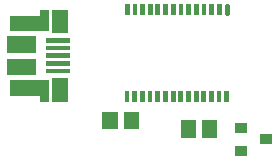
<source format=gbr>
G04 start of page 10 for group -4015 idx -4015 *
G04 Title: (unknown), toppaste *
G04 Creator: pcb 20091103 *
G04 CreationDate: Thu 05 May 2011 07:25:20 AM GMT UTC *
G04 For: gjhurlbu *
G04 Format: Gerber/RS-274X *
G04 PCB-Dimensions: 600000 500000 *
G04 PCB-Coordinate-Origin: lower left *
%MOIN*%
%FSLAX25Y25*%
%LNFRONTPASTE*%
%ADD18R,0.0158X0.0158*%
%ADD19R,0.0551X0.0551*%
%ADD20R,0.0276X0.0276*%
%ADD21R,0.0512X0.0512*%
%ADD22R,0.0561X0.0561*%
%ADD23R,0.0160X0.0160*%
%ADD24R,0.0340X0.0340*%
%ADD25C,0.0160*%
G54D21*X105000Y391000D02*Y390214D01*
X112086Y391000D02*Y390214D01*
G54D24*X122400Y391000D02*X123000D01*
X122400Y383200D02*X123000D01*
X130600Y387100D02*X131200D01*
G54D21*X86000Y393786D02*Y393000D01*
X78914Y393786D02*Y393000D01*
G54D18*X58456Y420118D02*X64952D01*
X58456Y417559D02*X64952D01*
X58456Y415000D02*X64952D01*
X58456Y412441D02*X64952D01*
X58456Y409882D02*X64952D01*
G54D19*X62196Y427600D02*Y425236D01*
Y404764D02*Y402400D01*
G54D20*X57078Y428976D02*Y424547D01*
G54D21*X48220Y425728D02*X55897D01*
G54D20*X57078Y405453D02*Y401024D01*
G54D21*X48220Y404272D02*X55897D01*
G54D22*X47285Y418789D02*X51517D01*
X47285Y411211D02*X51517D01*
G54D25*X118000Y431500D02*Y429300D01*
G54D23*X115400Y431500D02*Y429300D01*
X112900Y431500D02*Y429300D01*
X110300Y431500D02*Y429300D01*
X107700Y431500D02*Y429300D01*
X105200Y431500D02*Y429300D01*
X102600Y431500D02*Y429300D01*
X100100Y431500D02*Y429300D01*
X97500Y431500D02*Y429300D01*
X94900Y431500D02*Y429300D01*
X92400Y431500D02*Y429300D01*
X89800Y431500D02*Y429300D01*
X87300Y431500D02*Y429300D01*
X84700Y431500D02*Y429300D01*
X84600Y402400D02*Y400200D01*
X87200Y402400D02*Y400200D01*
X89700Y402400D02*Y400200D01*
X92300Y402400D02*Y400200D01*
X94900Y402400D02*Y400200D01*
X97400Y402400D02*Y400200D01*
X100000Y402400D02*Y400200D01*
X102500Y402400D02*Y400200D01*
X105100Y402400D02*Y400200D01*
X107700Y402400D02*Y400200D01*
X110200Y402400D02*Y400200D01*
X112800Y402400D02*Y400200D01*
X115300Y402400D02*Y400200D01*
X117900Y402400D02*Y400200D01*
M02*

</source>
